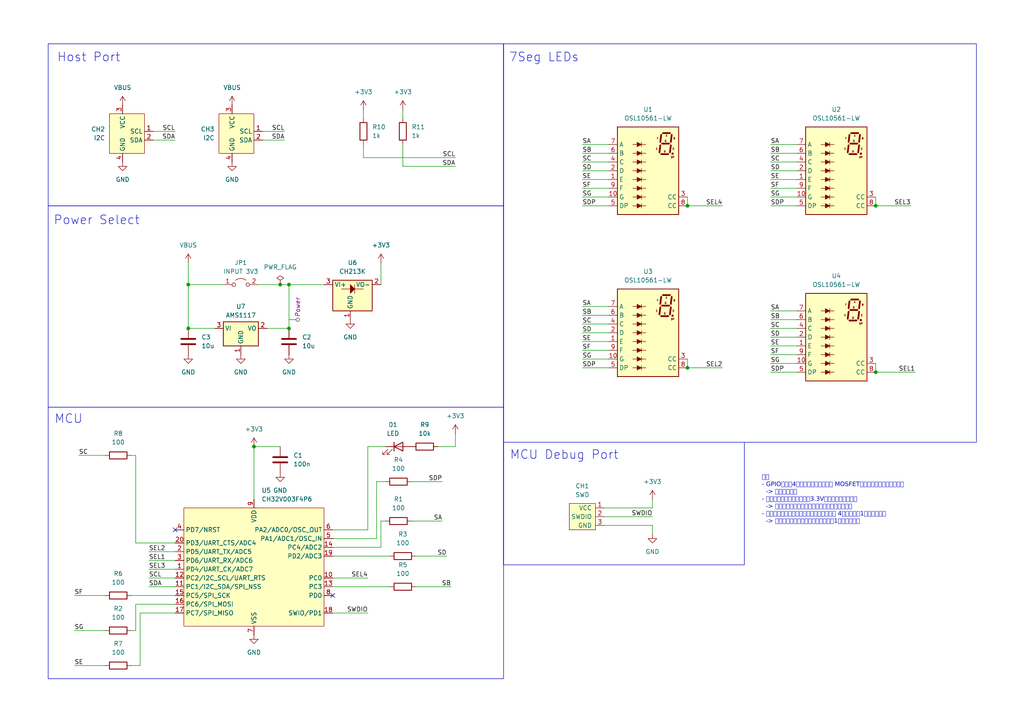
<source format=kicad_sch>
(kicad_sch (version 20231120) (generator "eeschema") (generator_version "8.0")
  (paper "A4")
  (title_block (title "7Seg Grove") (rev "1.0.1"))
  (lib_symbols
    (symbol "74th_Display:7SegLED_OSL10561-LW"
      (property "Reference" "U" (at -3.81 13.97 0))
      (property "Value" "OSL10561-LW" (at 6.35 13.97 0))
      (symbol "7SegLED_OSL10561-LW_1_0"
        (text "A" (at 9.144 10.16 0) (effects (font (size 0.508 0.508))))
        (text "B" (at 11.43 9.398 0) (effects (font (size 0.508 0.508))))
        (text "C" (at 11.176 6.35 0) (effects (font (size 0.508 0.508))))
        (text "D" (at 8.636 5.588 0) (effects (font (size 0.508 0.508))))
        (text "DP" (at 10.922 3.937 0) (effects (font (size 0.508 0.508))))
        (text "E" (at 6.35 6.35 0) (effects (font (size 0.508 0.508))))
        (text "F" (at 6.604 9.398 0) (effects (font (size 0.508 0.508))))
        (text "G" (at 8.89 8.636 0) (effects (font (size 0.508 0.508))))
      )
      (symbol "7SegLED_OSL10561-LW_1_1"
        (rectangle (start -5.08 12.7) (end 12.7 -12.7) (stroke (width 0.254)) (fill (type background)))
        (polyline (pts (xy -0.635 -10.16) (xy 3.175 -10.16)))
        (polyline (pts (xy -0.635 -7.62) (xy 3.175 -7.62)))
        (polyline (pts (xy -0.635 -5.08) (xy 3.175 -5.08)))
        (polyline (pts (xy -0.635 -2.54) (xy 3.175 -2.54)))
        (polyline (pts (xy -0.635 0) (xy 3.175 0)))
        (polyline (pts (xy -0.635 2.54) (xy 3.175 2.54)))
        (polyline (pts (xy -0.635 5.08) (xy 3.175 5.08)))
        (polyline (pts (xy -0.635 7.62) (xy 3.175 7.62)))
        (polyline (pts (xy 1.905 -9.525) (xy 1.905 -10.795)))
        (polyline (pts (xy 1.905 -6.985) (xy 1.905 -8.255)))
        (polyline (pts (xy 1.905 -4.445) (xy 1.905 -5.715)))
        (polyline (pts (xy 1.905 -1.905) (xy 1.905 -3.175)))
        (polyline (pts (xy 1.905 0.635) (xy 1.905 -0.635)))
        (polyline (pts (xy 1.905 3.175) (xy 1.905 1.905)))
        (polyline (pts (xy 1.905 5.715) (xy 1.905 4.445)))
        (polyline (pts (xy 1.905 8.255) (xy 1.905 6.985)))
        (polyline (pts (xy 7.366 7.366) (xy 7.112 5.334)) (stroke (width 0.508)))
        (polyline (pts (xy 7.62 4.826) (xy 9.652 4.826)) (stroke (width 0.508)))
        (polyline (pts (xy 7.62 10.414) (xy 7.366 8.382)) (stroke (width 0.508)))
        (polyline (pts (xy 7.874 7.874) (xy 9.906 7.874)) (stroke (width 0.508)))
        (polyline (pts (xy 8.128 10.922) (xy 10.16 10.922)) (stroke (width 0.508)))
        (polyline (pts (xy 10.414 7.366) (xy 10.16 5.334)) (stroke (width 0.508)))
        (polyline (pts (xy 10.668 10.414) (xy 10.414 8.382)) (stroke (width 0.508)))
        (polyline (pts (xy 11.43 4.826) (xy 11.43 4.826)) (stroke (width 0.508)))
        (polyline (pts (xy 0.635 -9.525) (xy 0.635 -10.795) (xy 1.905 -10.16) (xy 0.635 -9.525)) (fill (type outline)))
        (polyline (pts (xy 0.635 -6.985) (xy 0.635 -8.255) (xy 1.905 -7.62) (xy 0.635 -6.985)) (fill (type outline)))
        (polyline (pts (xy 0.635 -4.445) (xy 0.635 -5.715) (xy 1.905 -5.08) (xy 0.635 -4.445)) (fill (type outline)))
        (polyline (pts (xy 0.635 -1.905) (xy 0.635 -3.175) (xy 1.905 -2.54) (xy 0.635 -1.905)) (fill (type outline)))
        (polyline (pts (xy 0.635 0.635) (xy 0.635 -0.635) (xy 1.905 0) (xy 0.635 0.635)) (fill (type outline)))
        (polyline (pts (xy 0.635 3.175) (xy 0.635 1.905) (xy 1.905 2.54) (xy 0.635 3.175)) (fill (type outline)))
        (polyline (pts (xy 0.635 5.715) (xy 0.635 4.445) (xy 1.905 5.08) (xy 0.635 5.715)) (fill (type outline)))
        (polyline (pts (xy 0.635 8.255) (xy 0.635 6.985) (xy 1.905 7.62) (xy 0.635 8.255)) (fill (type outline)))
        (circle (center 10.922 4.953) (radius 0.254) (fill (type outline)))
        (pin input line (at -7.62 -2.54 0) (length 2.54) (name "E") (number "1"))
        (pin input line (at -7.62 -7.62 0) (length 2.54) (name "G") (number "10"))
        (pin input line (at -7.62 0 0) (length 2.54) (name "D") (number "2"))
        (pin input line (at 15.24 -7.62 180) (length 2.54) (name "CC") (number "3"))
        (pin input line (at -7.62 2.54 0) (length 2.54) (name "C") (number "4"))
        (pin input line (at -7.62 -10.16 0) (length 2.54) (name "DP") (number "5"))
        (pin input line (at -7.62 5.08 0) (length 2.54) (name "B") (number "6"))
        (pin input line (at -7.62 7.62 0) (length 2.54) (name "A") (number "7"))
        (pin input line (at 15.24 -10.16 180) (length 2.54) (name "CC") (number "8"))
        (pin input line (at -7.62 -5.08 0) (length 2.54) (name "F") (number "9"))
      )
    )
    (symbol "74th_Interface:I2C_Grove_Device-Side"
      (property "Reference" "CH" (at -7.62 1.27 0))
      (property "Value" "Grove" (at -7.62 -1.27 0))
      (symbol "I2C_Grove_Device-Side_0_1"
        (rectangle (start -6.35 6.35) (end 3.81 -5.08) (stroke (width 0.1524)) (fill (type background)))
      )
      (symbol "I2C_Grove_Device-Side_1_1"
        (pin input line (at 6.35 1.27 180) (length 2.54) (name "SCL") (number "1"))
        (pin bidirectional line (at 6.35 -1.27 180) (length 2.54) (name "SDA") (number "2"))
        (pin power_out line (at -2.54 8.89 270) (length 2.54) (name "VCC") (number "3"))
        (pin power_out line (at -2.54 -7.62 90) (length 2.54) (name "GND") (number "4"))
      )
    )
    (symbol "74th_Interface:Jumper_2" (pin_names (offset 0) hide)
      (property "Reference" "JP" (at 0 2.794 0))
      (property "Value" "Jumper_2_Open" (at 0 -2.286 0))
      (symbol "Jumper_2_0_0"
        (circle (center -2.032 0) (radius 0.508))
        (circle (center 2.032 0) (radius 0.508))
      )
      (symbol "Jumper_2_0_1"
        (arc (start 1.524 1.27) (mid 0 1.778) (end -1.524 1.27))
      )
      (symbol "Jumper_2_1_1"
        (pin passive line (at -5.08 0 0) (length 2.54) (name "A") (number "1"))
        (pin passive line (at 5.08 0 180) (length 2.54) (name "B") (number "2"))
      )
    )
    (symbol "74th_Interface:SWD_WCH-1Wire_WITH-VCC" (pin_names (offset 1.016))
      (property "Reference" "CH" (at -3.81 5.08 0))
      (property "Value" "SWD" (at 3.81 5.08 0))
      (symbol "SWD_WCH-1Wire_WITH-VCC_0_1"
        (rectangle (start -3.81 3.81) (end 3.81 -3.81) (fill (type background)))
      )
      (symbol "SWD_WCH-1Wire_WITH-VCC_1_1"
        (pin power_in line (at 6.35 2.54 180) (length 2.54) (name "VCC") (number "1"))
        (pin bidirectional line (at 6.35 0 180) (length 2.54) (name "SWDIO") (number "2"))
        (pin power_in line (at 6.35 -2.54 180) (length 2.54) (name "GND") (number "3"))
      )
    )
    (symbol "74th_MCU:CH32V003F4P6"
      (property "Reference" "U" (at -11.43 25.4 0))
      (property "Value" "CH32V003F4P6" (at 12.7 25.4 0))
      (symbol "CH32V003F4P6_0_1"
        (rectangle (start -20.32 24.13) (end 20.32 -10.16) (stroke (width 0.1524)) (fill (type background)))
      )
      (symbol "CH32V003F4P6_1_1"
        (pin bidirectional line (at -22.86 6.35 0) (length 2.54) (name "PD4/UART_CK/ADC7") (number "1"))
        (pin bidirectional line (at 22.86 3.81 180) (length 2.54) (name "PC0") (number "10"))
        (pin bidirectional line (at -22.86 1.27 0) (length 2.54) (name "PC1/I2C_SDA/SPI_NSS") (number "11"))
        (pin bidirectional line (at -22.86 3.81 0) (length 2.54) (name "PC2/I2C_SCL/UART_RTS") (number "12"))
        (pin bidirectional line (at 22.86 1.27 180) (length 2.54) (name "PC3") (number "13"))
        (pin bidirectional line (at 22.86 12.7 180) (length 2.54) (name "PC4/ADC2") (number "14"))
        (pin bidirectional line (at -22.86 -1.27 0) (length 2.54) (name "PC5/SPI_SCK") (number "15"))
        (pin bidirectional line (at -22.86 -3.81 0) (length 2.54) (name "PC6/SPI_MOSI") (number "16"))
        (pin bidirectional line (at -22.86 -6.35 0) (length 2.54) (name "PC7/SPI_MISO") (number "17"))
        (pin bidirectional line (at 22.86 -6.35 180) (length 2.54) (name "SWIO/PD1") (number "18"))
        (pin bidirectional line (at 22.86 10.16 180) (length 2.54) (name "PD2/ADC3") (number "19"))
        (pin bidirectional line (at -22.86 11.43 0) (length 2.54) (name "PD5/UART_TX/ADC5") (number "2"))
        (pin bidirectional line (at -22.86 13.97 0) (length 2.54) (name "PD3/UART_CTS/ADC4") (number "20"))
        (pin bidirectional line (at -22.86 8.89 0) (length 2.54) (name "PD6/UART_RX/ADC6") (number "3"))
        (pin bidirectional line (at -22.86 17.78 0) (length 2.54) (name "PD7/NRST") (number "4"))
        (pin bidirectional line (at 22.86 15.24 180) (length 2.54) (name "PA1/ADC1/OSC_IN") (number "5"))
        (pin bidirectional line (at 22.86 17.78 180) (length 2.54) (name "PA2/ADC0/OSC_OUT") (number "6"))
        (pin power_in line (at 0 -12.7 90) (length 2.54) (name "VSS") (number "7"))
        (pin bidirectional line (at 22.86 -1.27 180) (length 2.54) (name "PD0") (number "8"))
        (pin power_in line (at 0 26.67 270) (length 2.54) (name "VDD") (number "9"))
      )
    )
    (symbol "74th_Passive:AMS1117-3.3_Regulator_SOT89"
      (property "Reference" "U" (at -3.81 3.175 0))
      (property "Value" "AMS1117" (at 0 3.175 0))
      (symbol "AMS1117-3.3_Regulator_SOT89_0_1"
        (rectangle (start -5.08 1.905) (end 5.08 -5.08) (stroke (width 0.254)) (fill (type background)))
      )
      (symbol "AMS1117-3.3_Regulator_SOT89_1_1"
        (pin power_in line (at 0 -7.62 90) (length 2.54) (name "GND") (number "1"))
        (pin power_out line (at 7.62 0 180) (length 2.54) (name "VO") (number "2"))
        (pin power_in line (at -7.62 0 0) (length 2.54) (name "VI") (number "3"))
      )
    )
    (symbol "74th_Passive:CH213K_Ideal-Diode-for-USB-Power"
      (property "Reference" "U" (at -3.81 6.35 0))
      (property "Value" "CH213K" (at 2.54 6.35 0))
      (symbol "CH213K_Ideal-Diode-for-USB-Power_0_1"
        (polyline (pts (xy -2.54 2.54) (xy 3.81 2.54)))
        (polyline (pts (xy 1.27 3.81) (xy 1.27 1.27)))
      )
      (symbol "CH213K_Ideal-Diode-for-USB-Power_1_1"
        (rectangle (start -5.08 5.08) (end 6.35 -3.81) (stroke (width 0.254)) (fill (type background)))
        (polyline (pts (xy 0 3.81) (xy 0 1.27) (xy 1.27 2.54) (xy 0 3.81)) (fill (type outline)))
        (pin power_in line (at 0 -6.35 90) (length 2.54) (name "GND") (number "1"))
        (pin power_out line (at 8.89 3.81 180) (length 2.54) (name "VO-") (number "2"))
        (pin power_in line (at -7.62 3.81 0) (length 2.54) (name "VI+") (number "3"))
      )
    )
    (symbol "Device:C" (pin_numbers hide) (pin_names (offset 0.254))
      (property "Reference" "C" (at 0.635 2.54 0))
      (property "Value" "C" (at 0.635 -2.54 0))
      (symbol "C_0_1"
        (polyline (pts (xy -2.032 -0.762) (xy 2.032 -0.762)) (stroke (width 0.508)))
        (polyline (pts (xy -2.032 0.762) (xy 2.032 0.762)) (stroke (width 0.508)))
      )
      (symbol "C_1_1"
        (pin passive line (at 0 3.81 270) (length 2.794) (name "~") (number "1"))
        (pin passive line (at 0 -3.81 90) (length 2.794) (name "~") (number "2"))
      )
    )
    (symbol "Device:LED" (pin_numbers hide) (pin_names (offset 1.016) hide)
      (property "Reference" "D" (at 0 2.54 0))
      (property "Value" "LED" (at 0 -2.54 0))
      (symbol "LED_0_1"
        (polyline (pts (xy -1.27 -1.27) (xy -1.27 1.27)) (stroke (width 0.254)))
        (polyline (pts (xy -1.27 0) (xy 1.27 0)))
        (polyline (pts (xy 1.27 -1.27) (xy 1.27 1.27) (xy -1.27 0) (xy 1.27 -1.27)) (stroke (width 0.254)))
        (polyline (pts (xy -3.048 -0.762) (xy -4.572 -2.286) (xy -3.81 -2.286) (xy -4.572 -2.286) (xy -4.572 -1.524)))
        (polyline (pts (xy -1.778 -0.762) (xy -3.302 -2.286) (xy -2.54 -2.286) (xy -3.302 -2.286) (xy -3.302 -1.524)))
      )
      (symbol "LED_1_1"
        (pin passive line (at -3.81 0 0) (length 2.54) (name "K") (number "1"))
        (pin passive line (at 3.81 0 180) (length 2.54) (name "A") (number "2"))
      )
    )
    (symbol "Device:R" (pin_numbers hide) (pin_names (offset 0))
      (property "Reference" "R" (at 2.032 0 90))
      (property "Value" "R" (at 0 0 90))
      (symbol "R_0_1"
        (rectangle (start -1.016 -2.54) (end 1.016 2.54) (stroke (width 0.254)))
      )
      (symbol "R_1_1"
        (pin passive line (at 0 3.81 270) (length 1.27) (name "~") (number "1"))
        (pin passive line (at 0 -3.81 90) (length 1.27) (name "~") (number "2"))
      )
    )
    (symbol "power:+3V3" (power) (pin_numbers hide) (pin_names (offset 0) hide)
      (property "Value" "+3V3" (at 0 3.556 0))
      (symbol "+3V3_0_1"
        (polyline (pts (xy -0.762 1.27) (xy 0 2.54)))
        (polyline (pts (xy 0 0) (xy 0 2.54)))
        (polyline (pts (xy 0 2.54) (xy 0.762 1.27)))
      )
      (symbol "+3V3_1_1"
        (pin power_in line (at 0 0 90) (length 0) (name "~") (number "1"))
      )
    )
    (symbol "power:GND" (power) (pin_numbers hide) (pin_names (offset 0) hide)
      (property "Value" "GND" (at 0 -3.81 0))
      (symbol "GND_0_1"
        (polyline (pts (xy 0 0) (xy 0 -1.27) (xy 1.27 -1.27) (xy 0 -2.54) (xy -1.27 -1.27) (xy 0 -1.27)))
      )
      (symbol "GND_1_1"
        (pin power_in line (at 0 0 270) (length 0) (name "~") (number "1"))
      )
    )
    (symbol "power:PWR_FLAG" (power) (pin_numbers hide) (pin_names (offset 0) hide)
      (property "Value" "PWR_FLAG" (at 0 3.81 0))
      (symbol "PWR_FLAG_0_0"
        (pin power_out line (at 0 0 90) (length 0) (name "~") (number "1"))
      )
      (symbol "PWR_FLAG_0_1"
        (polyline (pts (xy 0 0) (xy 0 1.27) (xy -1.016 1.905) (xy 0 2.54) (xy 1.016 1.905) (xy 0 1.27)))
      )
    )
    (symbol "power:VBUS" (power) (pin_numbers hide) (pin_names (offset 0) hide)
      (property "Value" "VBUS" (at 0 3.556 0))
      (symbol "VBUS_0_1"
        (polyline (pts (xy -0.762 1.27) (xy 0 2.54)))
        (polyline (pts (xy 0 0) (xy 0 2.54)))
        (polyline (pts (xy 0 2.54) (xy 0.762 1.27)))
      )
      (symbol "VBUS_1_1"
        (pin power_in line (at 0 0 90) (length 0) (name "~") (number "1"))
      )
    )
  )
  (junction (at 254 59.69))
  (junction (at 54.61 82.55))
  (junction (at 73.66 129.54))
  (junction (at 81.28 82.55))
  (junction (at 83.82 82.55))
  (junction (at 254 107.95))
  (junction (at 54.61 95.25))
  (junction (at 199.39 106.68))
  (junction (at 83.82 95.25))
  (junction (at 199.39 59.69))
  (no_connect (at 50.8 153.67))
  (no_connect (at 96.52 172.72))
  (wire (pts (xy 119.38 139.7) (xy 128.27 139.7)))
  (wire (pts (xy 223.52 49.53) (xy 231.14 49.53)))
  (wire (pts (xy 39.37 175.26) (xy 50.8 175.26)))
  (wire (pts (xy 62.23 95.25) (xy 54.61 95.25)))
  (wire (pts (xy 93.98 82.55) (xy 83.82 82.55)))
  (wire (pts (xy 254 107.95) (xy 265.43 107.95)))
  (wire (pts (xy 223.52 105.41) (xy 231.14 105.41)))
  (wire (pts (xy 116.84 31.75) (xy 116.84 34.29)))
  (wire (pts (xy 105.41 31.75) (xy 105.41 34.29)))
  (wire (pts (xy 96.52 153.67) (xy 106.68 153.67)))
  (wire (pts (xy 168.91 44.45) (xy 176.53 44.45)))
  (wire (pts (xy 168.91 49.53) (xy 176.53 49.53)))
  (wire (pts (xy 168.91 52.07) (xy 176.53 52.07)))
  (wire (pts (xy 105.41 45.72) (xy 132.08 45.72)))
  (wire (pts (xy 199.39 57.15) (xy 199.39 59.69)))
  (wire (pts (xy 189.23 154.94) (xy 189.23 152.4)))
  (wire (pts (xy 39.37 132.08) (xy 39.37 157.48)))
  (wire (pts (xy 83.82 82.55) (xy 83.82 95.25)))
  (wire (pts (xy 74.93 82.55) (xy 81.28 82.55)))
  (wire (pts (xy 21.59 193.04) (xy 30.48 193.04)))
  (wire (pts (xy 96.52 161.29) (xy 113.03 161.29)))
  (wire (pts (xy 96.52 156.21) (xy 109.22 156.21)))
  (wire (pts (xy 39.37 182.88) (xy 39.37 175.26)))
  (wire (pts (xy 111.76 139.7) (xy 109.22 139.7)))
  (wire (pts (xy 223.52 44.45) (xy 231.14 44.45)))
  (wire (pts (xy 43.18 162.56) (xy 50.8 162.56)))
  (wire (pts (xy 96.52 167.64) (xy 106.68 167.64)))
  (wire (pts (xy 96.52 177.8) (xy 106.68 177.8)))
  (wire (pts (xy 44.45 40.64) (xy 50.8 40.64)))
  (wire (pts (xy 168.91 96.52) (xy 176.53 96.52)))
  (wire (pts (xy 223.52 90.17) (xy 231.14 90.17)))
  (wire (pts (xy 73.66 129.54) (xy 73.66 144.78)))
  (wire (pts (xy 43.18 170.18) (xy 50.8 170.18)))
  (wire (pts (xy 168.91 46.99) (xy 176.53 46.99)))
  (wire (pts (xy 223.52 41.91) (xy 231.14 41.91)))
  (wire (pts (xy 116.84 41.91) (xy 116.84 48.26)))
  (wire (pts (xy 81.28 82.55) (xy 83.82 82.55)))
  (wire (pts (xy 223.52 97.79) (xy 231.14 97.79)))
  (wire (pts (xy 40.64 177.8) (xy 50.8 177.8)))
  (wire (pts (xy 223.52 54.61) (xy 231.14 54.61)))
  (wire (pts (xy 223.52 52.07) (xy 231.14 52.07)))
  (wire (pts (xy 199.39 104.14) (xy 199.39 106.68)))
  (wire (pts (xy 106.68 153.67) (xy 106.68 129.54)))
  (wire (pts (xy 254 57.15) (xy 254 59.69)))
  (wire (pts (xy 110.49 151.13) (xy 111.76 151.13)))
  (wire (pts (xy 223.52 100.33) (xy 231.14 100.33)))
  (wire (pts (xy 223.52 92.71) (xy 231.14 92.71)))
  (wire (pts (xy 168.91 104.14) (xy 176.53 104.14)))
  (wire (pts (xy 189.23 144.78) (xy 189.23 147.32)))
  (wire (pts (xy 199.39 106.68) (xy 209.55 106.68)))
  (wire (pts (xy 254 105.41) (xy 254 107.95)))
  (wire (pts (xy 168.91 106.68) (xy 176.53 106.68)))
  (wire (pts (xy 38.1 132.08) (xy 39.37 132.08)))
  (wire (pts (xy 223.52 95.25) (xy 231.14 95.25)))
  (wire (pts (xy 175.26 149.86) (xy 189.23 149.86)))
  (wire (pts (xy 223.52 102.87) (xy 231.14 102.87)))
  (wire (pts (xy 76.2 40.64) (xy 82.55 40.64)))
  (wire (pts (xy 77.47 95.25) (xy 83.82 95.25)))
  (wire (pts (xy 43.18 167.64) (xy 50.8 167.64)))
  (wire (pts (xy 22.86 132.08) (xy 30.48 132.08)))
  (wire (pts (xy 168.91 57.15) (xy 176.53 57.15)))
  (wire (pts (xy 168.91 101.6) (xy 176.53 101.6)))
  (wire (pts (xy 110.49 151.13) (xy 110.49 158.75)))
  (wire (pts (xy 43.18 165.1) (xy 50.8 165.1)))
  (wire (pts (xy 168.91 88.9) (xy 176.53 88.9)))
  (wire (pts (xy 223.52 57.15) (xy 231.14 57.15)))
  (wire (pts (xy 116.84 48.26) (xy 132.08 48.26)))
  (wire (pts (xy 120.65 170.18) (xy 130.81 170.18)))
  (wire (pts (xy 73.66 129.54) (xy 81.28 129.54)))
  (wire (pts (xy 168.91 93.98) (xy 176.53 93.98)))
  (wire (pts (xy 21.59 182.88) (xy 30.48 182.88)))
  (wire (pts (xy 54.61 95.25) (xy 54.61 82.55)))
  (wire (pts (xy 40.64 193.04) (xy 40.64 177.8)))
  (wire (pts (xy 54.61 82.55) (xy 54.61 76.2)))
  (wire (pts (xy 105.41 41.91) (xy 105.41 45.72)))
  (wire (pts (xy 189.23 152.4) (xy 175.26 152.4)))
  (wire (pts (xy 110.49 158.75) (xy 96.52 158.75)))
  (wire (pts (xy 109.22 139.7) (xy 109.22 156.21)))
  (wire (pts (xy 132.08 125.73) (xy 132.08 129.54)))
  (wire (pts (xy 110.49 76.2) (xy 110.49 82.55)))
  (wire (pts (xy 38.1 182.88) (xy 39.37 182.88)))
  (wire (pts (xy 223.52 46.99) (xy 231.14 46.99)))
  (wire (pts (xy 168.91 59.69) (xy 176.53 59.69)))
  (wire (pts (xy 223.52 107.95) (xy 231.14 107.95)))
  (wire (pts (xy 43.18 160.02) (xy 50.8 160.02)))
  (wire (pts (xy 106.68 129.54) (xy 111.76 129.54)))
  (wire (pts (xy 44.45 38.1) (xy 50.8 38.1)))
  (wire (pts (xy 64.77 82.55) (xy 54.61 82.55)))
  (wire (pts (xy 76.2 38.1) (xy 82.55 38.1)))
  (wire (pts (xy 39.37 157.48) (xy 50.8 157.48)))
  (wire (pts (xy 96.52 170.18) (xy 113.03 170.18)))
  (wire (pts (xy 168.91 99.06) (xy 176.53 99.06)))
  (wire (pts (xy 168.91 91.44) (xy 176.53 91.44)))
  (wire (pts (xy 199.39 59.69) (xy 209.55 59.69)))
  (wire (pts (xy 132.08 129.54) (xy 127 129.54)))
  (wire (pts (xy 21.59 172.72) (xy 30.48 172.72)))
  (wire (pts (xy 168.91 41.91) (xy 176.53 41.91)))
  (wire (pts (xy 223.52 59.69) (xy 231.14 59.69)))
  (wire (pts (xy 119.38 151.13) (xy 128.27 151.13)))
  (wire (pts (xy 38.1 193.04) (xy 40.64 193.04)))
  (wire (pts (xy 168.91 54.61) (xy 176.53 54.61)))
  (wire (pts (xy 120.65 161.29) (xy 129.54 161.29)))
  (wire (pts (xy 38.1 172.72) (xy 50.8 172.72)))
  (wire (pts (xy 189.23 147.32) (xy 175.26 147.32)))
  (wire (pts (xy 254 59.69) (xy 264.16 59.69)))
  (rectangle (start 146.05 128.27) (end 215.9 163.83))
  (rectangle (start 13.97 118.11) (end 146.05 196.85))
  (rectangle (start 146.05 12.7) (end 283.21 128.27))
  (rectangle (start 13.97 59.69) (end 146.05 118.11))
  (rectangle (start 13.97 12.7) (end 146.05 59.69))
  (text "MCU" (at 15.748 120.142 0) (effects (font (size 2.54 2.54)) (justify left top)))
  (text "MCU Debug Port" (at 147.828 130.556 0) (effects (font (size 2.54 2.54)) (justify left top)))
  (text "Power Select" (at 84.074 -58.928 0) (effects (font (size 2.54 2.54)) (justify left top)))
  (text "Host Port" (at 16.51 15.24 0) (effects (font (size 2.54 2.54)) (justify left top)))
  (text "7Seg LEDs" (at 147.574 15.24 0) (effects (font (size 2.54 2.54)) (justify left top)))
  (text "メモ\n- GPIOだけで4つドライブできるか？ MOSFETを経由する必要があるか？\n  -> 大丈夫そう！\n- 前に抵抗はいるかどうか。3.3Vだしなくても良い？\n  -> 直接でもよさそうだが、一応抵抗入れておこう\n- 各モジュール毎に電流制限抵抗が必要か？ 4つまとめて1個で良いか。\n  -> それぞれ別のタイミングで流すので1個でよさそう\n" (at 220.98 145.288 0) (effects (font (size 1.27 1.27)) (justify left)))
  (text "Power Select" (at 15.494 62.484 0) (effects (font (size 2.54 2.54)) (justify left top)))
  (label "SA" (at 223.52 90.17 0))
  (label "SE" (at 168.91 52.07 0))
  (label "SF" (at 168.91 54.61 0))
  (label "SWDIO" (at 189.23 149.86 180))
  (label "SA" (at 223.52 41.91 0))
  (label "SEL1" (at 265.43 107.95 180))
  (label "SA" (at 128.27 151.13 180))
  (label "SCL" (at 82.55 38.1 180))
  (label "SCL" (at 50.8 38.1 180))
  (label "SEL4" (at 106.68 167.64 180))
  (label "SDA" (at 82.55 40.64 180))
  (label "SF" (at 168.91 101.6 0))
  (label "SCL" (at 132.08 45.72 180))
  (label "SD" (at 223.52 97.79 0))
  (label "SEL4" (at 209.55 59.69 180))
  (label "SC" (at 168.91 93.98 0))
  (label "SB" (at 168.91 91.44 0))
  (label "SB" (at 130.81 170.18 180))
  (label "SDP" (at 223.52 59.69 0))
  (label "SC" (at 22.86 132.08 0))
  (label "SD" (at 223.52 49.53 0))
  (label "SDA" (at 50.8 40.64 180))
  (label "SEL2" (at 209.55 106.68 180))
  (label "SEL1" (at 43.18 162.56 0))
  (label "SEL3" (at 43.18 165.1 0))
  (label "SE" (at 168.91 99.06 0))
  (label "SE" (at 21.59 193.04 0))
  (label "SG" (at 223.52 57.15 0))
  (label "SDP" (at 168.91 59.69 0))
  (label "SDA" (at 43.18 170.18 0))
  (label "SF" (at 223.52 54.61 0))
  (label "SDP" (at 223.52 107.95 0))
  (label "SDP" (at 168.91 106.68 0))
  (label "SC" (at 223.52 46.99 0))
  (label "SC" (at 168.91 46.99 0))
  (label "SWDIO" (at 106.68 177.8 180))
  (label "SC" (at 223.52 95.25 0))
  (label "SE" (at 223.52 100.33 0))
  (label "SA" (at 168.91 41.91 0))
  (label "SB" (at 223.52 92.71 0))
  (label "SG" (at 21.59 182.88 0))
  (label "SB" (at 223.52 44.45 0))
  (label "SG" (at 223.52 105.41 0))
  (label "SE" (at 223.52 52.07 0))
  (label "SF" (at 223.52 102.87 0))
  (label "SD" (at 129.54 161.29 180))
  (label "SA" (at 168.91 88.9 0))
  (label "SD" (at 168.91 49.53 0))
  (label "SD" (at 168.91 96.52 0))
  (label "SB" (at 168.91 44.45 0))
  (label "SDA" (at 132.08 48.26 180))
  (label "SCL" (at 43.18 167.64 0))
  (label "SDP" (at 128.27 139.7 180))
  (label "SEL2" (at 43.18 160.02 0))
  (label "SF" (at 21.59 172.72 0))
  (label "SG" (at 168.91 57.15 0))
  (label "SG" (at 168.91 104.14 0))
  (label "SEL3" (at 264.16 59.69 180))
  (netclass_flag "" (length 2.54) (shape round) (at 83.82 92.71 270) (property "Netclass" "Power" (at 86.36 92.0115 90) (effects (font (italic yes)) (justify left))))
  (symbol (lib_id "power:GND") (at 83.82 102.87 0) (unit 1)
    (property "Reference" "#PWR011" (effects (hide yes)))
    (property "Value" "GND" (at 83.82 107.95 0))
    (property "Description" "Power symbol creates a global label with name \"GND\" , ground" (effects (hide yes)))
  )
  (symbol (lib_id "Device:R") (at 115.57 151.13 90) (unit 1)
    (property "Reference" "R1" (at 115.57 144.78 90))
    (property "Value" "100" (at 115.57 147.32 90))
    (property "Footprint" "74th:Register_0603_1608" (effects (hide yes)))
    (property "Description" "Resistor" (effects (hide yes)))
  )
  (symbol (lib_id "Device:R") (at 123.19 129.54 90) (unit 1)
    (property "Reference" "R9" (at 123.19 123.19 90))
    (property "Value" "10k" (at 123.19 125.73 90))
    (property "Footprint" "74th:Register_0603_1608" (effects (hide yes)))
    (property "Description" "Resistor" (effects (hide yes)))
  )
  (symbol (lib_id "Device:C") (at 54.61 99.06 0) (unit 1)
    (property "Reference" "C3" (at 58.42 97.7899 0) (effects (justify left)))
    (property "Value" "10u" (at 58.42 100.3299 0) (effects (justify left)))
    (property "Footprint" "74th:Capacitor_0603_1608" (effects (hide yes)))
    (property "Description" "Unpolarized capacitor" (effects (hide yes)))
  )
  (symbol (lib_id "power:VBUS") (at 67.31 30.48 0) (unit 1)
    (property "Reference" "#PWR013" (effects (hide yes)))
    (property "Value" "VBUS" (at 67.31 25.4 0))
    (property "Description" "Power symbol creates a global label with name \"VBUS\"" (effects (hide yes)))
  )
  (symbol (lib_id "power:GND") (at 67.31 46.99 0) (unit 1)
    (property "Reference" "#PWR014" (effects (hide yes)))
    (property "Value" "GND" (at 67.31 52.07 0))
    (property "Description" "Power symbol creates a global label with name \"GND\" , ground" (effects (hide yes)))
  )
  (symbol (lib_id "power:PWR_FLAG") (at 81.28 82.55 0) (unit 1)
    (property "Reference" "#FLG01" (effects (hide yes)))
    (property "Value" "PWR_FLAG" (at 81.28 77.47 0))
    (property "Description" "Special symbol for telling ERC where power comes from" (effects (hide yes)))
  )
  (symbol (lib_id "74th_Interface:Jumper_2") (at 69.85 82.55 0) (unit 1)
    (property "Reference" "JP1" (at 69.85 76.2 0))
    (property "Value" "INPUT 3V3" (at 69.85 78.74 0))
    (property "Footprint" "74th:SolderJumper-2" (effects (hide yes)))
    (property "Description" "Jumper, 2-pole, open" (effects (hide yes)))
  )
  (symbol (lib_id "Device:R") (at 116.84 161.29 90) (unit 1)
    (property "Reference" "R3" (at 116.84 154.94 90))
    (property "Value" "100" (at 116.84 157.48 90))
    (property "Footprint" "74th:Register_0603_1608" (effects (hide yes)))
    (property "Description" "Resistor" (effects (hide yes)))
  )
  (symbol (lib_id "Device:R") (at 116.84 170.18 90) (unit 1)
    (property "Reference" "R5" (at 116.84 163.83 90))
    (property "Value" "100" (at 116.84 166.37 90))
    (property "Footprint" "74th:Register_0603_1608" (effects (hide yes)))
    (property "Description" "Resistor" (effects (hide yes)))
  )
  (symbol (lib_id "Device:C") (at 81.28 133.35 0) (unit 1)
    (property "Reference" "C1" (at 85.09 132.0799 0) (effects (justify left)))
    (property "Value" "100n" (at 85.09 134.6199 0) (effects (justify left)))
    (property "Footprint" "74th:Capacitor_0603_1608" (effects (hide yes)))
    (property "Description" "Unpolarized capacitor" (effects (hide yes)))
  )
  (symbol (lib_id "Device:R") (at 116.84 38.1 180) (unit 1)
    (property "Reference" "R11" (at 119.38 36.8299 0) (effects (justify right)))
    (property "Value" "1k" (at 119.38 39.3699 0) (effects (justify right)))
    (property "Footprint" "74th:Register_0603_1608" (effects (hide yes)))
    (property "Description" "Resistor" (effects (hide yes)))
  )
  (symbol (lib_id "power:+3V3") (at 132.08 125.73 0) (unit 1)
    (property "Reference" "#PWR012" (effects (hide yes)))
    (property "Value" "+3V3" (at 132.08 120.65 0))
    (property "Description" "Power symbol creates a global label with name \"+3V3\"" (effects (hide yes)))
  )
  (symbol (lib_id "power:GND") (at 81.28 137.16 0) (unit 1)
    (property "Reference" "#PWR04" (effects (hide yes)))
    (property "Value" "GND" (at 81.28 142.24 0))
    (property "Description" "Power symbol creates a global label with name \"GND\" , ground" (effects (hide yes)))
  )
  (symbol (lib_id "power:+3V3") (at 189.23 144.78 0) (unit 1)
    (property "Reference" "#PWR016" (effects (hide yes)))
    (property "Value" "+3V3" (at 189.23 139.7 0))
    (property "Description" "Power symbol creates a global label with name \"+3V3\"" (effects (hide yes)))
  )
  (symbol (lib_id "power:GND") (at 101.6 92.71 0) (unit 1)
    (property "Reference" "#PWR07" (effects (hide yes)))
    (property "Value" "GND" (at 101.6 97.79 0))
    (property "Description" "Power symbol creates a global label with name \"GND\" , ground" (effects (hide yes)))
  )
  (symbol (lib_id "power:GND") (at 54.61 102.87 0) (unit 1)
    (property "Reference" "#PWR010" (effects (hide yes)))
    (property "Value" "GND" (at 54.61 107.95 0))
    (property "Description" "Power symbol creates a global label with name \"GND\" , ground" (effects (hide yes)))
  )
  (symbol (lib_id "74th_Interface:I2C_Grove_Device-Side") (at 38.1 39.37 0) (unit 1)
    (property "Reference" "CH2" (at 30.48 37.4649 0) (effects (justify right)))
    (property "Value" "I2C" (at 30.48 40.0049 0) (effects (justify right)))
    (property "Footprint" "74th:Connector_Grove_or_Qwiic" (effects (hide yes)))
  )
  (symbol (lib_id "74th_Display:7SegLED_OSL10561-LW") (at 238.76 97.79 0) (unit 1)
    (property "Reference" "U4" (at 242.57 80.01 0))
    (property "Value" "OSL10561-LW" (at 242.57 82.55 0))
    (property "Footprint" "74th:Display7Seg_OSL10561-LW" (effects (hide yes)))
    (property "Datasheet" "https://akizukidenshi.com/goodsaffix/osl10561-xx.pdf" (effects (hide yes)))
    (property "Description" "カソードコモン" (effects (hide yes)))
  )
  (symbol (lib_id "74th_Display:7SegLED_OSL10561-LW") (at 238.76 49.53 0) (unit 1)
    (property "Reference" "U2" (at 242.57 31.75 0))
    (property "Value" "OSL10561-LW" (at 242.57 34.29 0))
    (property "Footprint" "74th:Display7Seg_OSL10561-LW" (effects (hide yes)))
    (property "Datasheet" "https://akizukidenshi.com/goodsaffix/osl10561-xx.pdf" (effects (hide yes)))
    (property "Description" "カソードコモン" (effects (hide yes)))
  )
  (symbol (lib_id "power:+3V3") (at 105.41 31.75 0) (unit 1)
    (property "Reference" "#PWR017" (effects (hide yes)))
    (property "Value" "+3V3" (at 105.41 26.67 0))
    (property "Description" "Power symbol creates a global label with name \"+3V3\"" (effects (hide yes)))
  )
  (symbol (lib_id "74th_Display:7SegLED_OSL10561-LW") (at 184.15 49.53 0) (unit 1)
    (property "Reference" "U1" (at 187.96 31.75 0))
    (property "Value" "OSL10561-LW" (at 187.96 34.29 0))
    (property "Footprint" "74th:Display7Seg_OSL10561-LW" (effects (hide yes)))
    (property "Datasheet" "https://akizukidenshi.com/goodsaffix/osl10561-xx.pdf" (effects (hide yes)))
    (property "Description" "カソードコモン" (effects (hide yes)))
  )
  (symbol (lib_id "Device:R") (at 34.29 182.88 90) (unit 1)
    (property "Reference" "R2" (at 34.29 176.53 90))
    (property "Value" "100" (at 34.29 179.07 90))
    (property "Footprint" "74th:Register_0603_1608" (effects (hide yes)))
    (property "Description" "Resistor" (effects (hide yes)))
  )
  (symbol (lib_id "power:GND") (at 69.85 102.87 0) (unit 1)
    (property "Reference" "#PWR08" (effects (hide yes)))
    (property "Value" "GND" (at 69.85 107.95 0))
    (property "Description" "Power symbol creates a global label with name \"GND\" , ground" (effects (hide yes)))
  )
  (symbol (lib_id "power:+3V3") (at 110.49 76.2 0) (unit 1)
    (property "Reference" "#PWR01" (effects (hide yes)))
    (property "Value" "+3V3" (at 110.49 71.12 0))
    (property "Description" "Power symbol creates a global label with name \"+3V3\"" (effects (hide yes)))
  )
  (symbol (lib_id "74th_MCU:CH32V003F4P6") (at 73.66 171.45 0) (unit 1)
    (property "Reference" "U5" (at 75.8541 142.24 0) (effects (justify left)))
    (property "Value" "CH32V003F4P6" (at 75.8541 144.78 0) (effects (justify left)))
    (property "Footprint" "74th:Package_TSSOP-20_4.4x6.5mm_P0.65mm" (effects (hide yes)))
  )
  (symbol (lib_id "power:GND") (at 189.23 154.94 0) (unit 1)
    (property "Reference" "#PWR015" (effects (hide yes)))
    (property "Value" "GND" (at 189.23 160.02 0))
    (property "Description" "Power symbol creates a global label with name \"GND\" , ground" (effects (hide yes)))
  )
  (symbol (lib_id "power:VBUS") (at 35.56 30.48 0) (unit 1)
    (property "Reference" "#PWR05" (effects (hide yes)))
    (property "Value" "VBUS" (at 35.56 25.4 0))
    (property "Description" "Power symbol creates a global label with name \"VBUS\"" (effects (hide yes)))
  )
  (symbol (lib_id "power:GND") (at 35.56 46.99 0) (unit 1)
    (property "Reference" "#PWR09" (effects (hide yes)))
    (property "Value" "GND" (at 35.56 52.07 0))
    (property "Description" "Power symbol creates a global label with name \"GND\" , ground" (effects (hide yes)))
  )
  (symbol (lib_id "Device:R") (at 34.29 132.08 90) (unit 1)
    (property "Reference" "R8" (at 34.29 125.73 90))
    (property "Value" "100" (at 34.29 128.27 90))
    (property "Footprint" "74th:Register_0603_1608" (effects (hide yes)))
    (property "Description" "Resistor" (effects (hide yes)))
  )
  (symbol (lib_id "Device:R") (at 34.29 193.04 90) (unit 1)
    (property "Reference" "R7" (at 34.29 186.69 90))
    (property "Value" "100" (at 34.29 189.23 90))
    (property "Footprint" "74th:Register_0603_1608" (effects (hide yes)))
    (property "Description" "Resistor" (effects (hide yes)))
  )
  (symbol (lib_id "Device:R") (at 34.29 172.72 90) (unit 1)
    (property "Reference" "R6" (at 34.29 166.37 90))
    (property "Value" "100" (at 34.29 168.91 90))
    (property "Footprint" "74th:Register_0603_1608" (effects (hide yes)))
    (property "Description" "Resistor" (effects (hide yes)))
  )
  (symbol (lib_id "74th_Interface:I2C_Grove_Device-Side") (at 69.85 39.37 0) (unit 1)
    (property "Reference" "CH3" (at 62.23 37.4649 0) (effects (justify right)))
    (property "Value" "I2C" (at 62.23 40.0049 0) (effects (justify right)))
    (property "Footprint" "74th:Pad_4" (effects (hide yes)))
  )
  (symbol (lib_id "Device:R") (at 115.57 139.7 90) (unit 1)
    (property "Reference" "R4" (at 115.57 133.35 90))
    (property "Value" "100" (at 115.57 135.89 90))
    (property "Footprint" "74th:Register_0603_1608" (effects (hide yes)))
    (property "Description" "Resistor" (effects (hide yes)))
  )
  (symbol (lib_id "74th_Passive:AMS1117-3.3_Regulator_SOT89") (at 69.85 95.25 0) (unit 1)
    (property "Reference" "U7" (at 69.85 88.9 0))
    (property "Value" "AMS1117" (at 69.85 91.44 0))
    (property "Footprint" "74th:Package_SOT-89-3" (effects (hide yes)))
    (property "Description" "1A Low Dropout regulator, positive, adjustable output, SOT-223" (effects (hide yes)))
  )
  (symbol (lib_id "power:+3V3") (at 73.66 129.54 0) (unit 1)
    (property "Reference" "#PWR03" (effects (hide yes)))
    (property "Value" "+3V3" (at 73.66 124.46 0))
    (property "Description" "Power symbol creates a global label with name \"+3V3\"" (effects (hide yes)))
  )
  (symbol (lib_id "power:VBUS") (at 54.61 76.2 0) (unit 1)
    (property "Reference" "#PWR06" (effects (hide yes)))
    (property "Value" "VBUS" (at 54.61 71.12 0))
    (property "Description" "Power symbol creates a global label with name \"VBUS\"" (effects (hide yes)))
  )
  (symbol (lib_id "power:GND") (at 73.66 184.15 0) (unit 1)
    (property "Reference" "#PWR02" (effects (hide yes)))
    (property "Value" "GND" (at 73.66 189.23 0))
    (property "Description" "Power symbol creates a global label with name \"GND\" , ground" (effects (hide yes)))
  )
  (symbol (lib_id "74th_Display:7SegLED_OSL10561-LW") (at 184.15 96.52 0) (unit 1)
    (property "Reference" "U3" (at 187.96 78.74 0))
    (property "Value" "OSL10561-LW" (at 187.96 81.28 0))
    (property "Footprint" "74th:Display7Seg_OSL10561-LW" (effects (hide yes)))
    (property "Datasheet" "https://akizukidenshi.com/goodsaffix/osl10561-xx.pdf" (effects (hide yes)))
    (property "Description" "カソードコモン" (effects (hide yes)))
  )
  (symbol (lib_id "Device:R") (at 105.41 38.1 180) (unit 1)
    (property "Reference" "R10" (at 107.95 36.8299 0) (effects (justify right)))
    (property "Value" "1k" (at 107.95 39.3699 0) (effects (justify right)))
    (property "Footprint" "74th:Register_0603_1608" (effects (hide yes)))
    (property "Description" "Resistor" (effects (hide yes)))
  )
  (symbol (lib_id "Device:LED") (at 115.57 129.54 0) (unit 1)
    (property "Reference" "D1" (at 113.9825 123.19 0))
    (property "Value" "LED" (at 113.9825 125.73 0))
    (property "Footprint" "74th:LED_0805_2012" (effects (hide yes)))
    (property "Description" "Light emitting diode" (effects (hide yes)))
  )
  (symbol (lib_id "74th_Passive:CH213K_Ideal-Diode-for-USB-Power") (at 101.6 86.36 0) (unit 1)
    (property "Reference" "U6" (at 102.235 76.2 0))
    (property "Value" "CH213K" (at 102.235 78.74 0))
    (property "Footprint" "74th:Package_SOT-23" (effects (hide yes)))
  )
  (symbol (lib_id "power:+3V3") (at 116.84 31.75 0) (unit 1)
    (property "Reference" "#PWR018" (effects (hide yes)))
    (property "Value" "+3V3" (at 116.84 26.67 0))
    (property "Description" "Power symbol creates a global label with name \"+3V3\"" (effects (hide yes)))
  )
  (symbol (lib_id "Device:C") (at 83.82 99.06 0) (unit 1)
    (property "Reference" "C2" (at 87.63 97.7899 0) (effects (justify left)))
    (property "Value" "10u" (at 87.63 100.3299 0) (effects (justify left)))
    (property "Footprint" "74th:Capacitor_0603_1608" (effects (hide yes)))
    (property "Description" "Unpolarized capacitor" (effects (hide yes)))
  )
  (symbol (lib_id "74th_Interface:SWD_WCH-1Wire_WITH-VCC") (at 168.91 149.86 0) (unit 1)
    (property "Reference" "CH1" (at 168.91 140.97 0))
    (property "Value" "SWD" (at 168.91 143.51 0))
    (property "Footprint" "74th:PinOut_Pin_3_3GND" (effects (hide yes)))
  )
)
</source>
